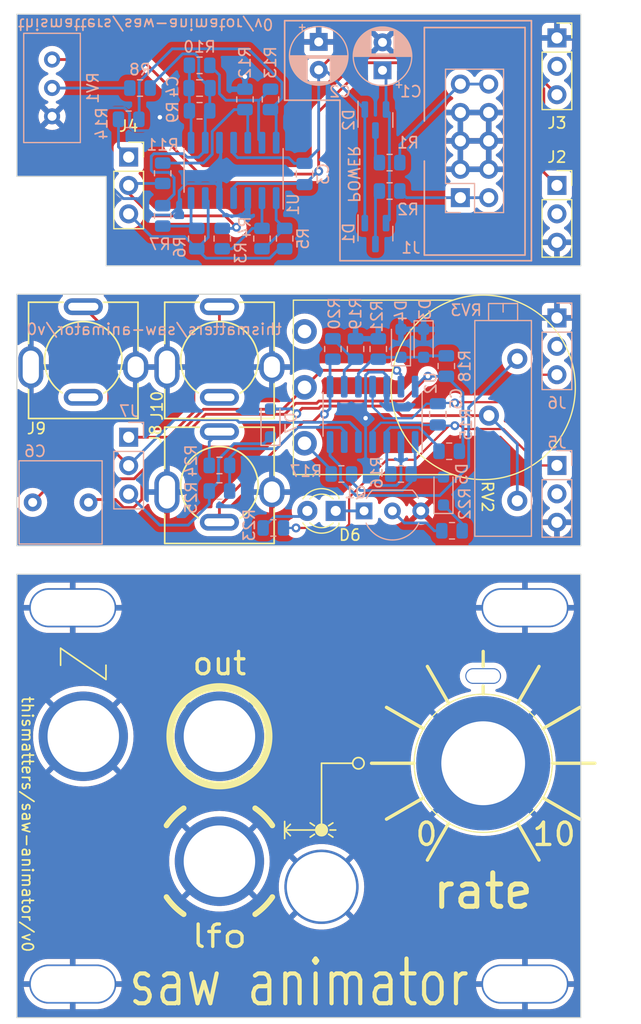
<source format=kicad_pcb>
(kicad_pcb (version 20221018) (generator pcbnew)
  (layers (0 "F.Cu" signal) (31 "B.Cu" signal) (34 "B.Paste" user) (35 "F.Paste" user) (36 "B.SilkS" user "B.Silkscreen") (37 "F.SilkS" user "F.Silkscreen") (38 "B.Mask" user) (39 "F.Mask" user) (44 "Edge.Cuts" user))
  (net 0 "")
  (net 1 "+12V")
  (net 2 "GND")
  (net 3 "-12V")
  (net 4 "Net-(D1-COM)")
  (net 5 "Net-(D2-COM)")
  (net 6 "/FACE")
  (net 7 "Net-(J1-Pin_1)")
  (net 8 "Net-(J1-Pin_10)")
  (net 9 "Net-(U1C--)")
  (net 10 "Net-(C4-Pad2)")
  (net 11 "/+12")
  (net 12 "/-12")
  (net 13 "Net-(U2D--)")
  (net 14 "Net-(C6-Pad2)")
  (net 15 "Net-(D3-A)")
  (net 16 "Net-(D5-K)")
  (net 17 "Net-(D5-A)")
  (net 18 "Net-(D6-K)")
  (net 19 "Net-(D6-A)")
  (net 20 "/A'")
  (net 21 "Net-(D7-A)")
  (net 24 "/OUT")
  (net 25 "/SAW")
  (net 26 "/A")
  (net 28 "/GND'")
  (net 30 "/OUT'")
  (net 31 "/SAW'")
  (net 32 "/MOD")
  (net 33 "/LFO")
  (net 36 "Net-(Q1-B)")
  (net 37 "Net-(U1A--)")
  (net 38 "Net-(R4-Pad2)")
  (net 39 "Net-(R6-Pad2)")
  (net 40 "Net-(R8-Pad2)")
  (net 41 "Net-(U1D--)")
  (net 42 "Net-(U1D-+)")
  (net 43 "Net-(R13-Pad2)")
  (net 44 "Net-(U2A-+)")
  (net 45 "Net-(R17-Pad2)")
  (net 46 "Net-(U2C--)")
  (net 47 "Net-(U2B--)")
  (net 49 "Net-(RV3-Pad3)")
  (footprint "Connector_PinSocket_2.54mm:PinSocket_1x03_P2.54mm_Vertical" (layer "F.Cu") (at 155.194 115.589)
    (fp_text reference "J2")
    (fp_text value "Conn_01x03_Socket")
  )
  (footprint "Eurorack:AudioJack2_Tayda_A-2566" (layer "F.Cu") (at 124.968 142.407)
    (fp_text reference "J8")
    (fp_text value "AudioJack2_SwitchT")
  )
  (footprint "Connector_PinSocket_2.54mm:PinSocket_1x03_P2.54mm_Vertical" (layer "F.Cu") (at 155.194 102.396)
    (fp_text reference "J3")
    (fp_text value "Conn_01x03_Socket")
  )
  (footprint "Eurorack:Mech-AudioJack-Hole-Input-CV" (layer "F.Cu") (at 124.968 176.022)
    (fp_text reference "H5")
    (fp_text value "mod" hide)
  )
  (footprint "Eurorack:Mech-AudioJack-Hole-Input" (layer "F.Cu") (at 112.776 164.846)
    (fp_text reference "H6")
    (fp_text value "saw" hide)
  )
  (footprint "Eurorack:AudioJack2_Tayda_A-2566" (layer "F.Cu") (at 124.968 131.231)
    (fp_text reference "J10")
    (fp_text value "AudioJack2_SwitchT")
  )
  (footprint "Eurorack:Mech-MountingHole" (layer "F.Cu") (at 111.83 153.355)
    (fp_text reference "H1")
    (fp_text value "mount0")
  )
  (footprint "Eurorack:Mech-MountingHole" (layer "F.Cu") (at 111.83 187.005)
    (fp_text reference "H4")
    (fp_text value "mount1")
  )
  (footprint "Eurorack:Mech-MountingHole" (layer "F.Cu") (at 152.33 153.355)
    (fp_text reference "H2")
    (fp_text value "mount1")
  )
  (footprint "Eurorack:AudioJack2_Tayda_A-2566" (layer "F.Cu") (at 112.776 131.231)
    (fp_text reference "J9")
    (fp_text value "AudioJack2_SwitchT")
  )
  (footprint "Eurorack:Mech-Potentiometer-Hole_level_90deg" (layer "F.Cu") (at 148.59 167.259)
    (fp_text reference "H8")
    (fp_text value "rate")
  )
  (footprint "Eurorack:Mech-LED-Hole-3mm-Bezel" (layer "F.Cu") (at 134.107 178.308)
    (fp_text reference "H9" hide)
    (fp_text value "led")
  )
  (footprint "Eurorack:Potentiometer_RV16AF-41-15R1" (layer "F.Cu") (at 148.59 133.644 -90)
    (fp_text reference "RV2")
    (fp_text value "C1M")
  )
  (footprint "Eurorack:Mech-MountingHole" (layer "F.Cu") (at 152.33 187.005)
    (fp_text reference "H3")
    (fp_text value "mount1")
  )
  (footprint "Connector_PinSocket_2.54mm:PinSocket_1x03_P2.54mm_Vertical" (layer "F.Cu") (at 116.84 113.049)
    (fp_text reference "J4")
    (fp_text value "Conn_01x03_Socket")
  )
  (footprint "Eurorack:Mech-AudioJack-Hole-Output" (layer "F.Cu") (at 124.968 164.846)
    (fp_text reference "H7")
    (fp_text value "out" hide)
  )
  (footprint "LED_THT:LED_D3.0mm" (layer "F.Cu") (at 135.382 144.693 180)
    (fp_text reference "D6")
    (fp_text value "LED")
  )
  (footprint "Diode_SMD:D_SOD-323_HandSoldering" (layer "B.Cu") (at 145.034 142.915 90)
    (fp_text reference "D5")
    (fp_text value "1N4148")
  )
  (footprint "Resistor_SMD:R_0805_2012Metric" (layer "B.Cu") (at 140.208 116.0865)
    (fp_text reference "R2")
    (fp_text value "10")
  )
  (footprint "Resistor_SMD:R_0805_2012Metric" (layer "B.Cu") (at 116.84 109.673 180)
    (fp_text reference "R14")
    (fp_text value "1K")
  )
  (footprint "Resistor_SMD:R_0805_2012Metric" (layer "B.Cu") (at 135.128 130.215 -90)
    (fp_text reference "R20")
    (fp_text value "15K")
  )
  (footprint "Resistor_SMD:R_0805_2012Metric" (layer "B.Cu") (at 129.794 146.217)
    (fp_text reference "R23")
    (fp_text value "22K")
  )
  (footprint "Diode_SMD:D_SOD-323_HandSoldering" (layer "B.Cu") (at 129.54 136.819 90)
    (fp_text reference "D7")
    (fp_text value "1N4148")
  )
  (footprint "Package_TO_SOT_SMD:SOT-23" (layer "B.Cu") (at 138.938 109.7365 -90)
    (fp_text reference "D2")
    (fp_text value "BAT54S")
  )
  (footprint "Resistor_SMD:R_0805_2012Metric" (layer "B.Cu") (at 145.542 139.359 180)
    (fp_text reference "R15")
    (fp_text value "47K")
  )
  (footprint "Resistor_SMD:R_0805_2012Metric" (layer "B.Cu") (at 139.192 130.215 -90)
    (fp_text reference "R21")
    (fp_text value "22K")
  )
  (footprint "Resistor_SMD:R_0805_2012Metric" (layer "B.Cu") (at 140.208 113.5465)
    (fp_text reference "R1")
    (fp_text value "10")
  )
  (footprint "Package_TO_SOT_SMD:SOT-23" (layer "B.Cu") (at 138.938 119.8965 -90)
    (fp_text reference "D1")
    (fp_text value "BAT54S")
  )
  (footprint "Resistor_SMD:R_0805_2012Metric" (layer "B.Cu") (at 127.254 107.895 90)
    (fp_text reference "R12")
    (fp_text value "22K")
  )
  (footprint "Resistor_SMD:R_0805_2012Metric" (layer "B.Cu") (at 141.224 141.391)
    (fp_text reference "R16")
    (fp_text value "88K")
  )
  (footprint "Potentiometer_THT:Potentiometer_Bourns_3296W_Vertical" (layer "B.Cu") (at 109.982 104.329 90)
    (fp_text reference "RV1")
    (fp_text value "100K")
  )
  (footprint "Eurorack:PinHeader_2x05_P2.54mm_Vertical" (layer "B.Cu") (at 146.5453 116.6834)
    (fp_text reference "J1")
    (fp_text value "Conn_02x05_Odd_Even")
  )
  (footprint "Connector_PinHeader_2.54mm:PinHeader_1x03_P2.54mm_Vertical" (layer "B.Cu") (at 155.194 127.436 180)
    (fp_text reference "J6")
    (fp_text value "Conn_01x03_Pin")
  )
  (footprint "Package_SO:SOIC-14_3.9x8.7mm_P1.27mm" (layer "B.Cu") (at 126.238 114.245 90)
    (fp_text reference "U1")
    (fp_text value "TL074")
  )
  (footprint "Resistor_SMD:R_0805_2012Metric" (layer "B.Cu") (at 119.888 114.499 -90)
    (fp_text reference "R11")
    (fp_text value "150K")
  )
  (footprint "Capacitor_THT:C_Rect_L7.2mm_W7.2mm_P5.00mm_FKS2_FKP2_MKS2_MKP2" (layer "B.Cu") (at 108.244 143.931)
    (fp_text reference "C6")
    (fp_text value "2.2u box")
  )
  (footprint "Resistor_SMD:R_0805_2012Metric" (layer "B.Cu") (at 129.54 107.895 -90)
    (fp_text reference "R13")
    (fp_text value "150K")
  )
  (footprint "Potentiometer_THT:Potentiometer_Bourns_3006P_Horizontal" (layer "B.Cu") (at 151.643 143.79 -90)
    (fp_text reference "RV3")
    (fp_text value "500K")
  )
  (footprint "Resistor_SMD:R_0805_2012Metric" (layer "B.Cu") (at 125.222 120.341 -90)
    (fp_text reference "R3")
    (fp_text value "100K")
  )
  (footprint "Resistor_SMD:R_0805_2012Metric" (layer "B.Cu") (at 128.778 120.341 -90)
    (fp_text reference "R4")
    (fp_text value "100K")
  )
  (footprint "Package_TO_SOT_THT:TO-92_Inline_Wide" (layer "B.Cu") (at 137.922 144.693)
    (fp_text reference "Q1")
    (fp_text value "BC547")
  )
  (footprint "Resistor_SMD:R_0805_2012Metric" (layer "B.Cu") (at 137.16 130.215 -90)
    (fp_text reference "R19")
    (fp_text value "1.5K")
  )
  (footprint "Capacitor_SMD:C_0805_2012Metric" (layer "B.Cu") (at 144.526 136.057 90)
    (fp_text reference "C5")
    (fp_text value "100n")
  )
  (footprint "Package_SO:SOIC-14_3.9x8.7mm_P1.27mm" (layer "B.Cu") (at 138.684 136.057 90)
    (fp_text reference "U2")
    (fp_text value "TL074")
  )
  (footprint "Resistor_SMD:R_0805_2012Metric" (layer "B.Cu") (at 124.968 140.629)
    (fp_text reference "R24")
    (fp_text value "100K")
  )
  (footprint "Resistor_SMD:R_0805_2012Metric" (layer "B.Cu") (at 123.19 108.911)
    (fp_text reference "R9")
    (fp_text value "47K")
  )
  (footprint "Resistor_SMD:R_0805_2012Metric" (layer "B.Cu") (at 145.288 131.739 90)
    (fp_text reference "R18")
    (fp_text value "150K")
  )
  (footprint "Capacitor_THT:CP_Radial_D5.0mm_P2.50mm" (layer "B.Cu") (at 139.573 105.2915 90)
    (fp_text reference "C1")
    (fp_text value "22u 50V")
  )
  (footprint "Diode_SMD:D_SOD-323_HandSoldering" (layer "B.Cu") (at 141.224 129.707 90)
    (fp_text reference "D4")
    (fp_text value "1N4148")
  )
  (footprint "Capacitor_THT:CP_Radial_D5.0mm_P2.50mm" (layer "B.Cu") (at 133.858 102.7515 -90)
    (fp_text reference "C2")
    (fp_text value "22u 50V")
  )
  (footprint "Capacitor_SMD:C_0805_2012Metric" (layer "B.Cu") (at 132.588 114.565 90)
    (fp_text reference "C3")
    (fp_text value "100n")
  )
  (footprint "Resistor_SMD:R_0805_2012Metric" (layer "B.Cu") (at 122.936 120.341 90)
    (fp_text reference "R6")
    (fp_text value "100K")
  )
  (footprint "Resistor_SMD:R_0805_2012Metric" (layer "B.Cu") (at 145.796 146.471 180)
    (fp_text reference "R22")
    (fp_text value "4.7K")
  )
  (footprint "Resistor_SMD:R_0805_2012Metric" (layer "B.Cu") (at 119.888 118.309 90)
    (fp_text reference "R7")
    (fp_text value "47K")
  )
  (footprint "Connector_PinHeader_2.54mm:PinHeader_1x03_P2.54mm_Vertical" (layer "B.Cu") (at 116.84 138.104 180)
    (fp_text reference "J7")
    (fp_text value "Conn_01x03_Pin")
  )
  (footprint "Resistor_SMD:R_0805_2012Metric" (layer "B.Cu") (at 135.89 141.391 180)
    (fp_text reference "R17")
    (fp_text value "15K")
  )
  (footprint "Diode_SMD:D_SOD-323_HandSoldering" (layer "B.Cu") (at 143.256 129.707 -90)
    (fp_text reference "D3")
    (fp_text value "1N4148")
  )
  (footprint "Resistor_SMD:R_0805_2012Metric" (layer "B.Cu") (at 124.968 142.915 180)
    (fp_text reference "R25")
    (fp_text value "100K")
  )
  (footprint "Resistor_SMD:R_0805_2012Metric" (layer "B.Cu") (at 130.81 120.341 -90)
    (fp_text reference "R5")
    (fp_text value "100K")
  )
  (footprint "Connector_PinHeader_2.54mm:PinHeader_1x03_P2.54mm_Vertical" (layer "B.Cu") (at 155.194 140.629 180)
    (fp_text reference "J5")
    (fp_text value "Conn_01x03_Pin")
  )
  (footprint "Resistor_SMD:R_0805_2012Metric" (layer "B.Cu") (at 123.19 104.847 180)
    (fp_text reference "R10")
    (fp_text value "150K")
  )
  (footprint "Capacitor_SMD:C_0805_2012Metric" (layer "B.Cu") (at 123.19 106.879 180)
    (fp_text reference "C4")
    (fp_text value "100p")
  )
  (footprint "Resistor_SMD:R_0805_2012Metric" (layer "B.Cu") (at 117.856 106.879 180)
    (fp_text reference "R8")
    (fp_text value "47K")
  )
  (gr_line (start 152.908 122.32) (end 135.763 122.32) (stroke (width 0.15)) (layer "B.SilkS"))
  (gr_line (start 135.763 107.969) (end 130.81 107.969) (stroke (width 0.15)) (layer "B.SilkS"))
  (gr_line (start 130.81 100.857) (end 152.908 100.857) (stroke (width 0.15)) (layer "B.SilkS"))
  (gr_line (start 130.81 107.969) (end 130.81 100.857) (stroke (width 0.15)) (layer "B.SilkS"))
  (gr_line (start 152.908 100.857) (end 152.908 122.32) (stroke (width 0.15)) (layer "B.SilkS"))
  (gr_line (start 135.763 122.32) (end 135.763 107.969) (stroke (width 0.15)) (layer "B.SilkS"))
  (gr_line (start 133.477 172.847) (end 133.096 172.593) (stroke (width 0.15)) (layer "F.SilkS"))
  (gr_line (start 110.744 156.972) (end 110.744 158.496) (stroke (width 0.15)) (layer "F.SilkS"))
  (gr_line (start 134.112 173.228) (end 134.112 167.259) (stroke (width 0.15)) (layer "F.SilkS"))
  (gr_line (start 134.874 173.228) (end 135.382 173.228) (stroke (width 0.15)) (layer "F.SilkS"))
  (gr_line (start 133.477 173.609) (end 133.096 173.863) (stroke (width 0.15)) (layer "F.SilkS"))
  (gr_line (start 130.81 172.466) (end 130.81 173.99) (stroke (width 0.15)) (layer "F.SilkS"))
  (gr_line (start 130.81 173.228) (end 131.318 172.72) (stroke (width 0.15)) (layer "F.SilkS"))
  (gr_line (start 130.81 173.228) (end 134.112 173.228) (stroke (width 0.15)) (layer "F.SilkS"))
  (gr_line (start 130.81 173.228) (end 131.318 173.736) (stroke (width 0.15)) (layer "F.SilkS"))
  (gr_circle (center 137.414 167.259) (end 137.922 167.259) (stroke (width 0.15)) (fill none) (layer "F.SilkS"))
  (gr_line (start 134.112 167.259) (end 136.906 167.259) (stroke (width 0.15)) (layer "F.SilkS"))
  (gr_line (start 114.808 159.766) (end 114.808 158.496) (stroke (width 0.15)) (layer "F.SilkS"))
  (gr_line (start 134.747 172.847) (end 135.128 172.593) (stroke (width 0.15)) (layer "F.SilkS"))
  (gr_line (start 134.747 173.609) (end 135.128 173.863) (stroke (width 0.15)) (layer "F.SilkS"))
  (gr_line (start 110.744 156.972) (end 114.808 159.766) (stroke (width 0.15)) (layer "F.SilkS"))
  (gr_circle (center 134.112 173.228) (end 134.62 173.228) (stroke (width 0.15)) (fill solid) (layer "F.SilkS"))
  (gr_rect (start 106.83 125.315) (end 157.33 147.815) (stroke (width 0.1)) (fill none) (layer "Edge.Cuts"))
  (gr_rect (start 106.83 150.355) (end 157.33 190.005) (stroke (width 0.1)) (fill none) (layer "Edge.Cuts"))
  (gr_poly (pts (xy 106.83 100.275) (xy 157.33 100.275) (xy 157.33 122.775) (xy 114.83 122.775) (xy 114.83 114.775) (xy 106.83 114.775)) (stroke (width 0.1)) (fill none) (layer "Edge.Cuts"))
  (gr_text "thismatters/saw-animator/v0" (at 119.126 129.032) (layer "B.SilkS") (effects (font (size 1 1)) (justify bottom mirror)))
  (gr_text "POWER" (at 136.398 117.24 -90) (layer "B.SilkS") (effects (font (size 1 1)) (justify left bottom mirror)))
  (gr_text "thismatters/saw-animator/v0" (at 118.364 100.584 180) (layer "B.SilkS") (effects (font (size 1 1)) (justify bottom mirror)))
  (gr_text "lfo" (at 124.968 183.896) (layer "F.SilkS") (effects (font (size 2 2.5) (thickness 0.3)) (justify bottom)))
  (gr_text "out" (at 124.968 159.512) (layer "F.SilkS") (effects (font (size 2 2) (thickness 0.3)) (justify bottom)))
  (gr_text "thismatters/saw-animator/v0" (at 107.188 172.72 -90) (layer "F.SilkS") (effects (font (size 1 1)) (justify bottom)))
  (gr_text "saw animator" (at 132.08 189.23) (layer "F.SilkS") (effects (font (size 4 3) (thickness 0.375)) (justify bottom)))
  (segment (start 120.65 106.953) (end 118.026 104.329) (width 0.25) (layer "F.Cu") (net 1))
  (segment (start 120.65 112.033) (end 120.65 106.953) (width 0.25) (layer "F.Cu") (net 1))
  (segment (start 140.248 104.6165) (end 151.698104 104.6165) (width 0.25) (layer "F.Cu") (net 1))
  (segment (start 151.698104 104.6165) (end 154.019 106.937396) (width 0.25) (layer "F.Cu") (net 1))
  (segment (start 133.604 114.573) (end 133.858 114.319) (width 0.25) (layer "F.Cu") (net 1))
  (segment (start 154.019 106.937396) (end 154.019 114.414) (width 0.25) (layer "F.Cu") (net 1))
  (segment (start 123.19 114.573) (end 133.604 114.573) (width 0.25) (layer "F.Cu") (net 1))
  (segment (start 123.19 114.573) (end 120.65 112.033) (width 0.25) (layer "F.Cu") (net 1))
  (segment (start 109.982 104.329) (end 118.026 104.329) (width 0.25) (layer "F.Cu") (net 1))
  (segment (start 133.858 108.985) (end 133.858 114.319) (width 0.25) (layer "F.Cu") (net 1))
  (segment (start 138.898 104.6165) (end 138.2265 104.6165) (width 0.25) (layer "F.Cu") (net 1))
  (segment (start 154.019 114.414) (end 155.194 115.589) (width 0.25) (layer "F.Cu") (net 1))
  (segment (start 138.2265 104.6165) (end 133.858 108.985) (width 0.25) (layer "F.Cu") (net 1))
  (via (at 133.858 114.319) (size 0.8) (drill 0.4) (layers "F.Cu" "B.Cu") (net 1))
  (segment (start 140.188 109.099) (end 140.187999 118.659001) (width 0.25) (layer "B.Cu") (net 1))
  (segment (start 133.858 114.319) (end 133.784 114.319) (width 0.25) (layer "B.Cu") (net 1))
  (segment (start 126.238 116.72) (end 126.238 115.745001) (width 0.25) (layer "B.Cu") (net 1))
  (segment (start 139.888 108.799) (end 139.888 105.6065) (width 0.25) (layer "B.Cu") (net 1))
  (segment (start 132.493 115.42) (end 132.588 115.515) (width 0.25) (layer "B.Cu") (net 1))
  (segment (start 139.888 108.799) (end 140.188 109.099) (width 0.25) (layer "B.Cu") (net 1))
  (segment (start 126.238 115.745001) (end 126.563001 115.42) (width 0.25) (layer "B.Cu") (net 1))
  (segment (start 140.187999 118.659001) (end 139.888 118.959) (width 0.25) (layer "B.Cu") (net 1))
  (segment (start 126.563001 115.42) (end 132.493 115.42) (width 0.25) (layer "B.Cu") (net 1))
  (segment (start 133.784 114.319) (end 132.588 115.515) (width 0.25) (layer "B.Cu") (net 1))
  (segment (start 127.254 105.609) (end 127.254 105.863) (width 0.25) (layer "F.Cu") (net 2))
  (segment (start 119.634 109.493) (end 119.634 111.017) (width 0.25) (layer "F.Cu") (net 2))
  (segment (start 133.858 102.7515) (end 130.1115 102.7515) (width 0.25) (layer "F.Cu") (net 2))
  (segment (start 130.1115 102.7515) (end 127.254 105.609) (width 0.25) (layer "F.Cu") (net 2))
  (via (at 119.634 109.493) (size 0.8) (drill 0.4) (layers "F.Cu" "B.Cu") (net 2))
  (via (at 127.254 105.863) (size 0.8) (drill 0.4) (layers "F.Cu" "B.Cu") (net 2))
  (segment (start 115.062 115.472701) (end 115.062 114.489) (width 0.25) (layer "B.Cu") (net 2))
  (segment (start 116.4351 108.648) (end 116.915 109.1279) (width 0.25) (layer "B.Cu") (net 2))
  (segment (start 118.937 110.698) (end 119.634 110.001) (width 0.25) (layer "B.Cu") (net 2))
  (segment (start 120.5831 118.234) (end 119.051 118.234) (width 0.25) (layer "B.Cu") (net 2))
  (segment (start 116.915 109.1279) (end 116.915 110.3681) (width 0.25) (layer "B.Cu") (net 2))
  (segment (start 124.968 115.745001) (end 124.642999 115.42) (width 0.25) (layer "B.Cu") (net 2))
  (segment (start 121.363 117.4541) (end 120.5831 118.234) (width 0.25) (layer "B.Cu") (net 2))
  (segment (start 124.968 117.694999) (end 124.968 116.72) (width 0.25) (layer "B.Cu") (net 2))
  (segment (start 109.982 109.409) (end 110.743 108.648) (width 0.25) (layer "B.Cu") (net 2))
  (segment (start 127.508 116.72) (end 127.508 117.694999) (width 0.25) (layer "B.Cu") (net 2))
  (segment (start 126.893999 118.309) (end 125.582001 118.309) (width 0.25) (layer "B.Cu") (net 2))
  (segment (start 116.915 110.3681) (end 117.2449 110.698) (width 0.25) (layer "B.Cu") (net 2))
  (segment (start 117.2449 110.698) (end 118.937 110.698) (width 0.25) (layer "B.Cu") (net 2))
  (segment (start 122.015 115.42) (end 121.363 116.072) (width 0.25) (layer "B.Cu") (net 2))
  (segment (start 116.353299 116.764) (end 115.062 115.472701) (width 0.25) (layer "B.Cu") (net 2))
  (segment (start 121.363 116.072) (end 121.363 117.4541) (width 0.25) (layer "B.Cu") (net 2))
  (segment (start 127.508 117.694999) (end 126.893999 118.309) (width 0.25) (layer "B.Cu") (net 2))
  (segment (start 127.254 105.863) (end 127.254 106.9825) (width 0.25) (layer "B.Cu") (net 2))
  (segment (start 124.642999 115.42) (end 122.015 115.42) (width 0.25) (layer "B.Cu") (net 2))
  (segment (start 124.968 116.72) (end 124.968 115.745001) (width 0.25) (layer "B.Cu") (net 2))
  (segment (start 115.062 114.489) (end 109.982 109.409) (width 0.25) (layer "B.Cu") (net 2))
  (segment (start 119.634 110.001) (end 119.634 109.493) (width 0.25) (layer "B.Cu") (net 2))
  (segment (start 125.582001 118.309) (end 124.968 117.694999) (width 0.25) (layer "B.Cu") (net 2))
  (segment (start 117.581 116.764) (end 116.353299 116.764) (width 0.25) (layer "B.Cu") (net 2))
  (segment (start 110.743 108.648) (end 116.4351 108.648) (width 0.25) (layer "B.Cu") (net 2))
  (segment (start 119.051 118.234) (end 117.581 116.764) (width 0.25) (layer "B.Cu") (net 2))
  (segment (start 134.943 104.1665) (end 151.8845 104.1665) (width 0.25) (layer "F.Cu") (net 3))
  (segment (start 133.858 105.2515) (end 134.943 104.1665) (width 0.25) (layer "F.Cu") (net 3))
  (segment (start 151.8845 104.1665) (end 155.194 107.476) (width 0.25) (layer "F.Cu") (net 3))
  (segment (start 132.588 113.615) (end 131.6744 113.615) (width 0.25) (layer "B.Cu") (net 3))
  (segment (start 126.599201 113.1062) (end 126.238 112.744999) (width 0.25) (layer "B.Cu") (net 3))
  (segment (start 133.858 112.345) (end 132.588 113.615) (width 0.25) (layer "B.Cu") (net 3))
  (segment (start 133.858 105.2515) (end 133.858 112.345) (width 0.25) (layer "B.Cu") (net 3))
  (segment (start 131.1656 113.1062) (end 126.599201 113.1062) (width 0.25) (layer "B.Cu") (net 3))
  (segment (start 137.988 108.799) (end 134.4405 105.2515) (width 0.25) (layer "B.Cu") (net 3))
  (segment (start 126.238 112.744999) (end 126.238 111.77) (width 0.25) (layer "B.Cu") (net 3))
  (segment (start 137.988 118.959) (end 137.988 108.799) (width 0.25) (layer "B.Cu") (net 3))
  (segment (start 131.6744 113.615) (end 131.1656 113.1062) (width 0.25) (layer "B.Cu") (net 3))
  (segment (start 138.938 116.444) (end 138.938 120.834) (width 0.25) (layer "B.Cu") (net 4))
  (segment (start 138.938 113.189) (end 138.938 110.674) (width 0.25) (layer "B.Cu") (net 5))
  (segment (start 149.0853 116.6834) (end 146.5453 116.6834) (width 0.25) (layer "B.Cu") (net 7))
  (segment (start 141.7174 116.6834) (end 141.1205 116.0865) (width 0.25) (layer "B.Cu") (net 7))
  (segment (start 146.5453 116.6834) (end 141.7174 116.6834) (width 0.25) (layer "B.Cu") (net 7))
  (segment (start 141.1205 111.9482) (end 141.1205 113.5465) (width 0.25) (layer "B.Cu") (net 8))
  (segment (start 146.5453 106.5234) (end 141.1205 111.9482) (width 0.25) (layer "B.Cu") (net 8))
  (segment (start 149.0853 106.5234) (end 146.5453 106.5234) (width 0.25) (layer "B.Cu") (net 8))
  (segment (start 124.14 106.879) (end 123.115 105.854) (width 0.25) (layer "B.Cu") (net 9))
  (segment (start 118.863 114.236) (end 118.863 112.984) (width 0.25) (layer "B.Cu") (net 9))
  (segment (start 124.1025 108.911) (end 124.1025 106.9165) (width 0.25) (layer "B.Cu") (net 9))
  (segment (start 119.888 117.3965) (end 120.913 116.3715) (width 0.25) (layer "B.Cu") (net 9))
  (segment (start 123.698 109.3155) (end 124.1025 108.911) (width 0.25) (layer "B.Cu") (net 9))
  (segment (start 121.675 103.822) (end 118.7685 106.7285) (width 0.25) (layer "B.Cu") (net 9))
  (segment (start 123.698 111.77) (end 123.698 109.3155) (width 0.25) (layer "B.Cu") (net 9))
  (segment (start 123.095 113.07) (end 123.698 112.467) (width 0.25) (layer "B.Cu") (net 9))
  (segment (start 120.913 114.9039) (end 120.4331 114.424) (width 0.25) (layer "B.Cu") (net 9))
  (segment (start 121.756092 112.749) (end 122.077092 113.07) (width 0.25) (layer "B.Cu") (net 9))
  (segment (start 120.4331 114.424) (end 119.051 114.424) (width 0.25) (layer "B.Cu") (net 9))
  (segment (start 123.115 104.1519) (end 122.7851 103.822) (width 0.25) (layer "B.Cu") (net 9))
  (segment (start 122.077092 113.07) (end 123.095 113.07) (width 0.25) (layer "B.Cu") (net 9))
  (segment (start 118.863 112.984) (end 119.098 112.749) (width 0.25) (layer "B.Cu") (net 9))
  (segment (start 122.7851 103.822) (end 121.675 103.822) (width 0.25) (layer "B.Cu") (net 9))
  (segment (start 119.098 112.749) (end 121.756092 112.749) (width 0.25) (layer "B.Cu") (net 9))
  (segment (start 120.913 116.3715) (end 120.913 114.9039) (width 0.25) (layer "B.Cu") (net 9))
  (segment (start 123.115 105.854) (end 123.115 104.1519) (width 0.25) (layer "B.Cu") (net 9))
  (segment (start 119.051 114.424) (end 118.863 114.236) (width 0.25) (layer "B.Cu") (net 9))
  (segment (start 122.428 111.77) (end 122.428 109.0615) (width 0.25) (layer "B.Cu") (net 10))
  (segment (start 122.2775 108.911) (end 122.2775 104.847) (width 0.25) (layer "B.Cu") (net 10))
  (segment (start 136.582 143.493) (end 139.954 140.121) (width 0.2) (layer "F.Cu") (net 11))
  (segment (start 145.542 137.073) (end 146.05 137.073) (width 0.2) (layer "F.Cu") (net 11))
  (segment (start 155.194 140.629) (end 153.67 140.629) (width 0.2) (layer "F.Cu") (net 11))
  (segment (start 146.855 137.37) (end 146.558 137.073) (width 0.2) (layer "F.Cu") (net 11))
  (segment (start 131.826 146.217) (end 136.258 146.217) (width 0.2) (layer "F.Cu") (net 11))
  (segment (start 146.558 137.073) (end 146.05 137.073) (width 0.2) (layer "F.Cu") (net 11))
  (segment (start 139.954 140.121) (end 142.494 140.121) (width 0.2) (layer "F.Cu") (net 11))
  (segment (start 150.411 137.37) (end 146.855 137.37) (width 0.2) (layer "F.Cu") (net 11))
  (segment (start 136.582 145.893) (end 136.582 143.493) (width 0.2) (layer "F.Cu") (net 11))
  (segment (start 153.67 140.629) (end 150.411 137.37) (width 0.2) (layer "F.Cu") (net 11))
  (segment (start 136.258 146.217) (end 136.582 145.893) (width 0.2) (layer "F.Cu") (net 11))
  (segment (start 142.494 140.121) (end 145.542 137.073) (width 0.2) (layer "F.Cu") (net 11))
  (via (at 146.05 137.073) (size 0.8) (drill 0.4) (layers "F.Cu" "B.Cu") (net 11))
  (via (at 131.826 146.217) (size 0.8) (drill 0.4) (layers "F.Cu" "B.Cu") (net 11))
  (segment (start 143.2475 137.007) (end 144.526 137.007) (width 0.2) (layer "B.Cu") (net 11))
  (segment (start 138.684 137.557001) (end 139.434 136.807) (width 0.2) (layer "B.Cu") (net 11))
  (segment (start 146.05 137.073) (end 144.592 137.073) (width 0.2) (layer "B.Cu") (net 11))
  (segment (start 139.434 136.807) (end 143.0475 136.807) (width 0.2) (layer "B.Cu") (net 11))
  (segment (start 138.684 137.557001) (end 138.684 138.532) (width 0.2) (layer "B.Cu") (net 11))
  (segment (start 131.826 146.217) (end 130.7065 146.217) (width 0.2) (layer "B.Cu") (net 11))
  (segment (start 143.0475 136.807) (end 143.2475 137.007) (width 0.2) (layer "B.Cu") (net 11))
  (segment (start 153.655 132.516) (end 151.201 134.97) (width 0.2) (layer "F.Cu") (net 12))
  (segment (start 155.194 132.516) (end 153.655 132.516) (width 0.2) (layer "F.Cu") (net 12))
  (segment (start 146.121 134.97) (end 146.05 135.041) (width 0.2) (layer "F.Cu") (net 12))
  (segment (start 151.201 134.97) (end 146.121 134.97) (width 0.2) (layer "F.Cu") (net 12))
  (via (at 146.05 135.041) (size 0.8) (drill 0.4) (layers "F.Cu" "B.Cu") (net 12))
  (segment (start 138.684 133.582) (end 138.684 135.382) (width 0.2) (layer "B.Cu") (net 12))
  (segment (start 143.51 135.107) (end 144.526 135.107) (width 0.2) (layer "B.Cu") (net 12))
  (segment (start 146.05 135.041) (end 144.592 135.041) (width 0.2) (layer "B.Cu") (net 12))
  (segment (start 142.21 136.407) (end 143.51 135.107) (width 0.2) (layer "B.Cu") (net 12))
  (segment (start 139.709 136.407) (end 142.21 136.407) (width 0.2) (layer "B.Cu") (net 12))
  (segment (start 138.684 135.382) (end 139.709 136.407) (width 0.2) (layer "B.Cu") (net 12))
  (segment (start 108.244 143.931) (end 110.356 141.819) (width 0.25) (layer "F.Cu") (net 13))
  (segment (start 130.628 135.606) (end 132.59 133.644) (width 0.25) (layer "F.Cu") (net 13))
  (segment (start 117.326701 141.819) (end 123.539702 135.606) (width 0.25) (layer "F.Cu") (net 13))
  (segment (start 110.356 141.819) (end 117.326701 141.819) (width 0.25) (layer "F.Cu") (net 13))
  (segment (start 134.114 132.12) (end 132.59 133.644) (width 0.25) (layer "F.Cu") (net 13))
  (segment (start 123.539702 135.606) (end 130.628 135.606) (width 0.25) (layer "F.Cu") (net 13))
  (segment (start 140.843 132.12) (end 134.114 132.12) (width 0.25) (layer "F.Cu") (net 13))
  (via (at 140.843 132.12) (size 0.8) (drill 0.4) (layers "F.Cu" "B.Cu") (net 13))
  (segment (start 141.224 133.582) (end 141.224 132.501) (width 0.25) (layer "B.Cu") (net 13))
  (segment (start 141.224 132.501) (end 140.843 132.12) (width 0.25) (layer "B.Cu") (net 13))
  (segment (start 143.637 132.6515) (end 141.419 134.8695) (width 0.25) (layer "F.Cu") (net 14))
  (segment (start 131.801396 135.069) (end 133.679799 135.069) (width 0.25) (layer "F.Cu") (net 14))
  (segment (start 133.879299 134.8695) (end 133.679799 135.069) (width 0.25) (layer "F.Cu") (net 14))
  (segment (start 141.419 134.8695) (end 133.879299 134.8695) (width 0.25) (layer "F.Cu") (net 14))
  (segment (start 116.382649 144.38835) (end 117.29735 144.38835) (width 0.25) (layer "F.Cu") (net 14))
  (segment (start 113.498 143.677) (end 115.671299 143.677) (width 0.25) (layer "F.Cu") (net 14))
  (segment (start 123.726097 136.056) (end 118.015 141.767097) (width 0.25) (layer "F.Cu") (net 14))
  (segment (start 115.671299 143.677) (end 116.382649 144.38835) (width 0.25) (layer "F.Cu") (net 14))
  (segment (start 131.801396 135.069) (end 130.814396 136.056) (width 0.25) (layer "F.Cu") (net 14))
  (segment (start 118.015 143.6707) (end 117.29735 144.38835) (width 0.25) (layer "F.Cu") (net 14))
  (segment (start 130.814396 136.056) (end 123.726097 136.056) (width 0.25) (layer "F.Cu") (net 14))
  (segment (start 118.015 141.767097) (end 118.015 143.6707) (width 0.25) (layer "F.Cu") (net 14))
  (via (at 143.637 132.6515) (size 0.8) (drill 0.4) (layers "F.Cu" "B.Cu") (net 14))
  (segment (start 145.288 132.6515) (end 146.775 134.1385) (width 0.25) (layer "B.Cu") (net 14))
  (segment (start 143.637 132.6515) (end 145.288 132.6515) (width 0.25) (layer "B.Cu") (net 14))
  (segment (start 143.4245 132.6515) (end 143.637 132.6515) (width 0.25) (layer "B.Cu") (net 14))
  (segment (start 142.494 133.582) (end 143.4245 132.6515) (width 0.25) (layer "B.Cu") (net 14))
  (segment (start 146.775 134.1385) (end 146.775 139.0385) (width 0.25) (layer "B.Cu") (net 14))
  (segment (start 141.224 130.957) (end 139.3625 130.957) (width 0.25) (layer "B.Cu") (net 15))
  (segment (start 143.256 130.957) (end 141.224 130.957) (width 0.25) (layer "B.Cu") (net 15))
  (segment (start 145.288 130.8265) (end 143.3865 130.8265) (width 0.25) (layer "B.Cu") (net 15))
  (segment (start 137.414 132.4061) (end 137.414 133.582) (width 0.25) (layer "B.Cu") (net 15))
  (segment (start 138.6926 131.1275) (end 137.414 132.4061) (width 0.25) (layer "B.Cu") (net 15))
  (segment (start 146.7085 145.8395) (end 146.7085 146.471) (width 0.25) (layer "B.Cu") (net 16))
  (segment (start 145.034 144.165) (end 146.7085 145.8395) (width 0.25) (layer "B.Cu") (net 16))
  (segment (start 142.494 138.532) (end 142.494 141.0335) (width 0.25) (layer "B.Cu") (net 17))
  (segment (start 136.8025 141.391) (end 136.8025 142.091) (width 0.25) (layer "B.Cu") (net 17))
  (segment (start 136.8025 142.091) (end 137.5775 142.866) (width 0.25) (layer "B.Cu") (net 17))
  (segment (start 145.034 141.665) (end 142.4105 141.665) (width 0.25) (layer "B.Cu") (net 17))
  (segment (start 137.5775 142.866) (end 141.3615 142.866) (width 0.25) (layer "B.Cu") (net 17))
  (segment (start 142.1365 142.091) (end 142.1365 141.391) (width 0.25) (layer "B.Cu") (net 17))
  (segment (start 141.3615 142.866) (end 142.1365 142.091) (width 0.25) (layer "B.Cu") (net 17))
  (segment (start 135.382 144.693) (end 137.922 144.693) (width 0.25) (layer "B.Cu") (net 18))
  (segment (start 128.8815 146.217) (end 129.9065 145.192) (width 0.25) (layer "B.Cu") (net 19))
  (segment (start 129.9065 145.192) (end 132.343 145.192) (width 0.25) (layer "B.Cu") (net 19))
  (segment (start 119.619 145.963) (end 122.174 145.963) (width 0.25) (layer "B.Cu") (net 20))
  (segment (start 116.84 143.184) (end 119.619 145.963) (width 0.25) (layer "B.Cu") (net 20))
  (segment (start 122.174 145.963) (end 124.0555 144.0815) (width 0.25) (layer "B.Cu") (net 20))
  (segment (start 126.28 138.682) (end 128.927 138.682) (width 0.25) (layer "B.Cu") (net 20))
  (segment (start 128.927 138.682) (end 129.54 138.069) (width 0.25) (layer "B.Cu") (net 20))
  (segment (start 124.0555 144.0815) (end 124.0555 142.915) (width 0.25) (layer "B.Cu") (net 20))
  (segment (start 124.893 142.0775) (end 124.893 140.069) (width 0.25) (layer "B.Cu") (net 20))
  (segment (start 124.0555 142.915) (end 124.893 142.0775) (width 0.25) (layer "B.Cu") (net 20))
  (segment (start 124.893 140.069) (end 126.28 138.682) (width 0.25) (layer "B.Cu") (net 20))
  (segment (start 133.866195 135.519) (end 134.065695 135.3195) (width 0.25) (layer "F.Cu") (net 21))
  (segment (start 140.4175 135.3195) (end 141.268 136.17) (width 0.25) (layer "F.Cu") (net 21))
  (segment (start 132.375994 135.519) (end 133.866195 135.519) (width 0.25) (layer "F.Cu") (net 21))
  (segment (start 134.065695 135.3195) (end 140.4175 135.3195) (width 0.25) (layer "F.Cu") (net 21))
  (segment (start 141.268 136.17) (end 149.103 136.17) (width 0.25) (layer "F.Cu") (net 21))
  (segment (start 131.895497 135.999497) (end 132.375994 135.519) (width 0.25) (layer "F.Cu") (net 21))
  (via (at 131.895497 135.999497) (size 0.8) (drill 0.4) (layers "F.Cu" "B.Cu") (net 21))
  (segment (start 151.643 138.71) (end 151.643 143.79) (width 0.25) (layer "B.Cu") (net 21))
  (segment (start 131.895497 135.999497) (end 131.465 135.569) (width 0.25) (layer "B.Cu") (net 21))
  (segment (start 131.465 135.569) (end 129.54 135.569) (width 0.25) (layer "B.Cu") (net 21))
  (segment (start 149.103 136.17) (end 151.643 138.71) (width 0.25) (layer "B.Cu") (net 21))
  (segment (start 115.9275 109.673) (end 115.9275 112.1365) (width 0.25) (layer "B.Cu") (net 24))
  (segment (start 115.9275 112.1365) (end 116.84 113.049) (width 0.25) (layer "B.Cu") (net 24))
  (segment (start 118.872 118.309) (end 116.84 116.277) (width 0.25) (layer "F.Cu") (net 25))
  (segment (start 125.476 118.309) (end 118.872 118.309) (width 0.25) (layer "F.Cu") (net 25))
  (segment (start 126.492 119.325) (end 125.476 118.309) (width 0.25) (layer "F.Cu") (net 25))
  (via (at 126.492 119.325) (size 0.8) (drill 0.4) (layers "F.Cu" "B.Cu") (net 25))
  (segment (start 119.888 115.4115) (end 117.0175 115.4115) (width 0.25) (layer "B.Cu") (net 25))
  (segment (start 125.222 119.4285) (end 126.3885 119.4285) (width 0.25) (layer "B.Cu") (net 25))
  (segment (start 126.3885 119.4285) (end 126.492 119.325) (width 0.25) (layer "B.Cu") (net 25))
  (segment (start 129.4731 122.091) (end 123.7735 122.091) (width 0.25) (layer "B.Cu") (net 26))
  (segment (start 116.84 118.129) (end 118.872 120.161) (width 0.25) (layer "B.Cu") (net 26))
  (segment (start 123.7735 122.091) (end 122.936 121.2535) (width 0.25) (layer "B.Cu") (net 26))
  (segment (start 130.3106 121.2535) (end 129.4731 122.091) (width 0.25) (layer "B.Cu") (net 26))
  (segment (start 123.961 116.983) (end 123.698 116.72) (width 0.25) (layer "B.Cu") (net 26))
  (segment (start 121.8435 120.161) (end 122.936 121.2535) (width 0.25) (layer "B.Cu") (net 26))
  (segment (start 118.872 120.161) (end 121.8435 120.161) (width 0.25) (layer "B.Cu") (net 26))
  (segment (start 122.936 121.2535) (end 123.961 120.2285) (width 0.25) (layer "B.Cu") (net 26))
  (segment (start 123.961 120.2285) (end 123.961 116.983) (width 0.25) (layer "B.Cu") (net 26))
  (via (at 138.059 136.398) (size 0.8) (drill 0.4) (layers "F.Cu" "B.Cu") (net 28))
  (segment (start 141.224 138.532) (end 141.224 142.0111) (width 0.25) (layer "B.Cu") (net 28))
  (segment (start 139.628999 132.282) (end 139.954 132.607001) (width 0.25) (layer "B.Cu") (net 28))
  (segment (start 138.059 140.893) (end 138.059 136.398) (width 0.25) (layer "B.Cu") (net 28))
  (segment (start 141.224 142.0111) (end 140.8191 142.416) (width 0.25) (layer "B.Cu") (net 28))
  (segment (start 140.8191 142.416) (end 139.582 142.416) (width 0.25) (layer "B.Cu") (net 28))
  (segment (start 139.582 142.416) (end 138.059 140.893) (width 0.25) (layer "B.Cu") (net 28))
  (segment (start 139.954 132.607001) (end 139.954 133.582) (width 0.25) (layer "B.Cu") (net 28))
  (segment (start 138.333092 132.282) (end 139.628999 132.282) (width 0.25) (layer "B.Cu") (net 28))
  (segment (start 138.059 136.652) (end 138.059 132.556092) (width 0.25) (layer "B.Cu") (net 28))
  (segment (start 138.059 132.556092) (end 138.333092 132.282) (width 0.25) (layer "B.Cu") (net 28))
  (segment (start 124.968 131.231) (end 124.968 126.431) (width 0.25) (layer "F.Cu") (net 30))
  (segment (start 122.682 135.827306) (end 122.682 133.517) (width 0.25) (layer "F.Cu") (net 30))
  (segment (start 120.405306 138.104) (end 122.682 135.827306) (width 0.25) (layer "F.Cu") (net 30))
  (segment (start 122.682 133.517) (end 124.968 131.231) (width 0.25) (layer "F.Cu") (net 30))
  (segment (start 116.84 138.104) (end 120.405306 138.104) (width 0.25) (layer "F.Cu") (net 30))
  (segment (start 112.776 126.431) (end 115.062 128.717) (width 0.25) (layer "F.Cu") (net 31))
  (segment (start 115.062 138.866) (end 116.84 140.644) (width 0.25) (layer "F.Cu") (net 31))
  (segment (start 115.062 128.717) (end 115.062 138.866) (width 0.25) (layer "F.Cu") (net 31))
  (segment (start 137.414 137.557001) (end 136.625999 136.769) (width 0.25) (layer "B.Cu") (net 31))
  (segment (start 136.625999 136.769) (end 126.729 136.769) (width 0.25) (layer "B.Cu") (net 31))
  (segment (start 120.952 136.532) (end 116.84 140.644) (width 0.25) (layer "B.Cu") (net 31))
  (segment (start 137.414 138.532) (end 137.414 137.557001) (width 0.25) (layer "B.Cu") (net 31))
  (segment (start 126.492 136.532) (end 120.952 136.532) (width 0.25) (layer "B.Cu") (net 31))
  (segment (start 126.729 136.769) (end 126.492 136.532) (width 0.25) (layer "B.Cu") (net 31))
  (segment (start 124.0555 138.5195) (end 124.968 137.607) (width 0.25) (layer "B.Cu") (net 32))
  (segment (start 124.0555 140.629) (end 124.0555 138.5195) (width 0.25) (layer "B.Cu") (net 32))
  (segment (start 132.494248 136.724497) (end 124.968 144.250745) (width 0.25) (layer "F.Cu") (net 33))
  (segment (start 133.354 136.724497) (end 132.494248 136.724497) (width 0.25) (layer "F.Cu") (net 33))
  (segment (start 134.033997 136.0445) (end 133.354 136.724497) (width 0.25) (layer "F.Cu") (net 33))
  (segment (start 134.366 136.0445) (end 134.033997 136.0445) (width 0.25) (layer "F.Cu") (net 33))
  (segment (start 124.968 144.250745) (end 124.968 145.707) (width 0.25) (layer "F.Cu") (net 33))
  (via (at 134.366 136.0445) (size 0.8) (drill 0.4) (layers "F.Cu" "B.Cu") (net 33))
  (segment (start 134.874 133.582) (end 134.874 135.5365) (width 0.25) (layer "B.Cu") (net 33))
  (segment (start 134.874 135.5365) (end 134.366 136.0445) (width 0.25) (layer "B.Cu") (net 33))
  (segment (start 134.874 133.582) (end 134.874 131.3815) (width 0.25) (layer "B.Cu") (net 33))
  (segment (start 141.537 145.768) (end 140.462 144.693) (width 0.25) (layer "B.Cu") (net 36))
  (segment (start 144.213 146.471) (end 144.8835 146.471) (width 0.25) (layer "B.Cu") (net 36))
  (segment (start 143.51 145.768) (end 141.537 145.768) (width 0.25) (layer "B.Cu") (net 36))
  (segment (start 143.51 145.768) (end 144.213 146.471) (width 0.25) (layer "B.Cu") (net 36))
  (segment (start 127.9125 119.4285) (end 128.778 119.4285) (width 0.25) (layer "B.Cu") (net 37))
  (segment (start 125.222 121.2535) (end 126.0875 121.2535) (width 0.25) (layer "B.Cu") (net 37))
  (segment (start 126.0875 121.2535) (end 127.9125 119.4285) (width 0.25) (layer "B.Cu") (net 37))
  (segment (start 128.778 116.72) (end 128.778 119.4285) (width 0.25) (layer "B.Cu") (net 37))
  (segment (start 130.048 118.6665) (end 130.81 119.4285) (width 0.25) (layer "B.Cu") (net 38))
  (segment (start 130.048 116.72) (end 130.048 118.6665) (width 0.25) (layer "B.Cu") (net 38))
  (segment (start 128.985 121.2535) (end 130.81 119.4285) (width 0.25) (layer "B.Cu") (net 38))
  (segment (start 119.888 119.2215) (end 122.729 119.2215) (width 0.25) (layer "B.Cu") (net 39))
  (segment (start 122.428 118.9205) (end 122.936 119.4285) (width 0.25) (layer "B.Cu") (net 39))
  (segment (start 122.428 116.72) (end 122.428 118.9205) (width 0.25) (layer "B.Cu") (net 39))
  (segment (start 116.9435 106.879) (end 109.992 106.879) (width 0.25) (layer "B.Cu") (net 40))
  (segment (start 125.551 107.97) (end 128.4035 107.97) (width 0.25) (layer "B.Cu") (net 41))
  (segment (start 124.1025 104.847) (end 124.968 105.7125) (width 0.25) (layer "B.Cu") (net 41))
  (segment (start 128.478 111.47) (end 128.478 108.0445) (width 0.25) (layer "B.Cu") (net 41))
  (segment (start 128.4035 107.97) (end 128.478 108.0445) (width 0.25) (layer "B.Cu") (net 41))
  (segment (start 128.778 111.77) (end 128.478 111.47) (width 0.25) (layer "B.Cu") (net 41))
  (segment (start 124.968 105.7125) (end 124.968 107.387) (width 0.25) (layer "B.Cu") (net 41))
  (segment (start 128.478 108.0445) (end 129.54 106.9825) (width 0.25) (layer "B.Cu") (net 41))
  (segment (start 124.968 107.387) (end 125.551 107.97) (width 0.25) (layer "B.Cu") (net 41))
  (segment (start 124.323 110.764092) (end 126.279592 108.8075) (width 0.25) (layer "B.Cu") (net 42))
  (segment (start 119.888 113.5865) (end 123.532408 113.5865) (width 0.25) (layer "B.Cu") (net 42))
  (segment (start 126.279592 108.8075) (end 127.254 108.8075) (width 0.25) (layer "B.Cu") (net 42))
  (segment (start 124.323 112.795908) (end 124.323 110.764092) (width 0.25) (layer "B.Cu") (net 42))
  (segment (start 127.508 111.77) (end 127.508 109.0615) (width 0.25) (layer "B.Cu") (net 42))
  (segment (start 123.532408 113.5865) (end 124.323 112.795908) (width 0.25) (layer "B.Cu") (net 42))
  (segment (start 127.557 103.372) (end 130.565 106.38) (width 0.25) (layer "B.Cu") (net 43))
  (segment (start 130.565 106.38) (end 130.565 107.7825) (width 0.25) (layer "B.Cu") (net 43))
  (segment (start 130.565 107.7825) (end 129.54 108.8075) (width 0.25) (layer "B.Cu") (net 43))
  (segment (start 117.781 106.3339) (end 120.7429 103.372) (width 0.25) (layer "B.Cu") (net 43))
  (segment (start 130.048 109.3155) (end 129.54 108.8075) (width 0.25) (layer "B.Cu") (net 43))
  (segment (start 120.7429 103.372) (end 127.557 103.372) (width 0.25) (layer "B.Cu") (net 43))
  (segment (start 117.781 109.6445) (end 117.781 106.3339) (width 0.25) (layer "B.Cu") (net 43))
  (segment (start 130.048 111.77) (end 130.048 109.3155) (width 0.25) (layer "B.Cu") (net 43))
  (segment (start 139.954 137.557001) (end 140.279001 137.232) (width 0.25) (layer "B.Cu") (net 44))
  (segment (start 140.279001 137.232) (end 142.844908 137.232) (width 0.25) (layer "B.Cu") (net 44))
  (segment (start 139.954 138.532) (end 139.954 137.557001) (width 0.25) (layer "B.Cu") (net 44))
  (segment (start 142.844908 137.232) (end 144.6295 139.016592) (width 0.25) (layer "B.Cu") (net 44))
  (segment (start 139.954 138.532) (end 139.954 141.0335) (width 0.25) (layer "B.Cu") (net 44))
  (segment (start 132.59 138.644) (end 134.9775 141.0315) (width 0.25) (layer "B.Cu") (net 45))
  (segment (start 136.144 132.1435) (end 137.16 131.1275) (width 0.25) (layer "B.Cu") (net 46))
  (segment (start 136.144 133.582) (end 136.144 132.1435) (width 0.25) (layer "B.Cu") (net 46))
  (segment (start 135.128 129.3025) (end 136.953 131.1275) (width 0.25) (layer "B.Cu") (net 46))
  (segment (start 125.8805 142.915) (end 125.8805 140.629) (width 0.25) (layer "B.Cu") (net 47))
  (segment (start 125.8805 140.629) (end 125.8805 139.929) (width 0.25) (layer "B.Cu") (net 47))
  (segment (start 134.321 137.219) (end 134.334 137.232) (width 0.25) (layer "B.Cu") (net 47))
  (segment (start 130.086746 139.132) (end 131.999745 137.219) (width 0.25) (layer "B.Cu") (net 47))
  (segment (start 126.6775 139.132) (end 130.086746 139.132) (width 0.25) (layer "B.Cu") (net 47))
  (segment (start 131.999745 137.219) (end 134.321 137.219) (width 0.25) (layer "B.Cu") (net 47))
  (segment (start 125.8805 139.929) (end 126.6775 139.132) (width 0.25) (layer "B.Cu") (net 47))
  (segment (start 136.144 137.557001) (end 136.144 138.532) (width 0.25) (layer "B.Cu") (net 47))
  (segment (start 135.818999 137.232) (end 136.144 137.557001) (width 0.25) (layer "B.Cu") (net 47))
  (segment (start 134.334 137.232) (end 135.818999 137.232) (width 0.25) (layer "B.Cu") (net 47))
  (segment (start 144.7031 143.316) (end 147.292 140.7271) (width 0.25) (layer "B.Cu") (net 49))
  (segment (start 137.1949 143.316) (end 144.7031 143.316) (width 0.25) (layer "B.Cu") (net 49))
  (segment (start 134.874 139.7549) (end 135.815 140.6959) (width 0.25) (layer "B.Cu") (net 49))
  (segment (start 135.815 140.6959) (end 135.815 141.9361) (width 0.25) (layer "B.Cu") (net 49))
  (segment (start 134.874 138.532) (end 134.874 139.7549) (width 0.25) (layer "B.Cu") (net 49))
  (segment (start 147.292 140.7271) (end 147.292 135.441) (width 0.25) (layer "B.Cu") (net 49))
  (segment (start 147.292 135.441) (end 151.643 131.09) (width 0.25) (layer "B.Cu") (net 49))
  (segment (start 135.815 141.9361) (end 137.1949 143.316) (width 0.25) (layer "B.Cu") (net 49))
  (zone (net 2) (net_name "GND") (layers "F&B.Cu") (connect_pads (clearance 0.5)) (min_thickness 0.25) (fill yes (thermal_gap 0.5) (thermal_bridge_width 0.5))
    (polygon (pts (xy 105.664 99.005) (xy 157.734 99.005) (xy 157.734 123.135) (xy 105.664 123.135)))
  )
  (zone (net 28) (net_name "/GND'") (layers "F&B.Cu") (priority 1) (connect_pads (clearance 0.5)) (min_thickness 0.25) (fill yes (thermal_gap 0.5) (thermal_bridge_width 0.5))
    (polygon (pts (xy 106.426 124.881) (xy 157.734 124.881) (xy 157.734 148.249) (xy 106.426 148.249)))
  )
  (zone (net 6) (net_name "/FACE") (layers "F&B.Cu") (priority 2) (connect_pads (clearance 0.5)) (min_thickness 0.25) (fill yes (thermal_gap 0.5) (thermal_bridge_width 0.5))
    (polygon (pts (xy 106.426 149.937) (xy 157.734 149.937) (xy 157.734 190.577) (xy 106.426 190.577)))
  )
)
</source>
